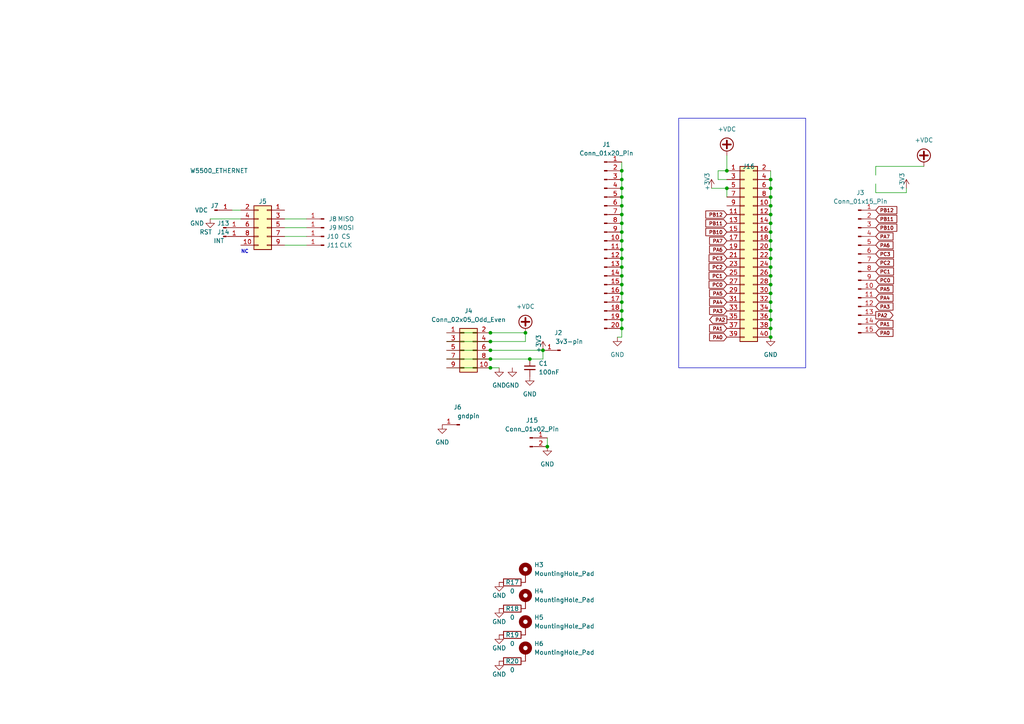
<source format=kicad_sch>
(kicad_sch (version 20230121) (generator eeschema)
  (paper "A4")
  (title_block (title "STM32L475 protoboard") (rev "A") (company "OH3HZB"))
  (lib_symbols
    (symbol "Connector:Conn_01x01_Pin" (pin_names (offset 1.016) hide)
      (property "Reference" "J" (at 0 2.54 0))
      (property "Value" "Conn_01x01_Pin" (at 0 -2.54 0))
      (symbol "Conn_01x01_Pin_1_1"
        (polyline (pts (xy 1.27 0) (xy 0.8636 0)) (stroke (width 0.1524)))
        (rectangle (start 0.8636 0.127) (end 0 -0.127) (stroke (width 0.1524)) (fill (type outline)))
        (pin passive line (at 5.08 0 180) (length 3.81) (name "Pin_1") (number "1"))
      )
    )
    (symbol "Connector:Conn_01x02_Pin" (pin_names (offset 1.016) hide)
      (property "Reference" "J" (at 0 2.54 0))
      (property "Value" "Conn_01x02_Pin" (at 0 -5.08 0))
      (symbol "Conn_01x02_Pin_1_1"
        (polyline (pts (xy 1.27 -2.54) (xy 0.8636 -2.54)) (stroke (width 0.1524)))
        (polyline (pts (xy 1.27 0) (xy 0.8636 0)) (stroke (width 0.1524)))
        (rectangle (start 0.8636 -2.413) (end 0 -2.667) (stroke (width 0.1524)) (fill (type outline)))
        (rectangle (start 0.8636 0.127) (end 0 -0.127) (stroke (width 0.1524)) (fill (type outline)))
        (pin passive line (at 5.08 0 180) (length 3.81) (name "Pin_1") (number "1"))
        (pin passive line (at 5.08 -2.54 180) (length 3.81) (name "Pin_2") (number "2"))
      )
    )
    (symbol "Connector:Conn_01x15_Pin" (pin_names (offset 1.016) hide)
      (property "Reference" "J" (at 0 20.32 0))
      (property "Value" "Conn_01x15_Pin" (at 0 -20.32 0))
      (symbol "Conn_01x15_Pin_1_1"
        (polyline (pts (xy 1.27 -17.78) (xy 0.8636 -17.78)) (stroke (width 0.1524)))
        (polyline (pts (xy 1.27 -15.24) (xy 0.8636 -15.24)) (stroke (width 0.1524)))
        (polyline (pts (xy 1.27 -12.7) (xy 0.8636 -12.7)) (stroke (width 0.1524)))
        (polyline (pts (xy 1.27 -10.16) (xy 0.8636 -10.16)) (stroke (width 0.1524)))
        (polyline (pts (xy 1.27 -7.62) (xy 0.8636 -7.62)) (stroke (width 0.1524)))
        (polyline (pts (xy 1.27 -5.08) (xy 0.8636 -5.08)) (stroke (width 0.1524)))
        (polyline (pts (xy 1.27 -2.54) (xy 0.8636 -2.54)) (stroke (width 0.1524)))
        (polyline (pts (xy 1.27 0) (xy 0.8636 0)) (stroke (width 0.1524)))
        (polyline (pts (xy 1.27 2.54) (xy 0.8636 2.54)) (stroke (width 0.1524)))
        (polyline (pts (xy 1.27 5.08) (xy 0.8636 5.08)) (stroke (width 0.1524)))
        (polyline (pts (xy 1.27 7.62) (xy 0.8636 7.62)) (stroke (width 0.1524)))
        (polyline (pts (xy 1.27 10.16) (xy 0.8636 10.16)) (stroke (width 0.1524)))
        (polyline (pts (xy 1.27 12.7) (xy 0.8636 12.7)) (stroke (width 0.1524)))
        (polyline (pts (xy 1.27 15.24) (xy 0.8636 15.24)) (stroke (width 0.1524)))
        (polyline (pts (xy 1.27 17.78) (xy 0.8636 17.78)) (stroke (width 0.1524)))
        (rectangle (start 0.8636 -17.653) (end 0 -17.907) (stroke (width 0.1524)) (fill (type outline)))
        (rectangle (start 0.8636 -15.113) (end 0 -15.367) (stroke (width 0.1524)) (fill (type outline)))
        (rectangle (start 0.8636 -12.573) (end 0 -12.827) (stroke (width 0.1524)) (fill (type outline)))
        (rectangle (start 0.8636 -10.033) (end 0 -10.287) (stroke (width 0.1524)) (fill (type outline)))
        (rectangle (start 0.8636 -7.493) (end 0 -7.747) (stroke (width 0.1524)) (fill (type outline)))
        (rectangle (start 0.8636 -4.953) (end 0 -5.207) (stroke (width 0.1524)) (fill (type outline)))
        (rectangle (start 0.8636 -2.413) (end 0 -2.667) (stroke (width 0.1524)) (fill (type outline)))
        (rectangle (start 0.8636 0.127) (end 0 -0.127) (stroke (width 0.1524)) (fill (type outline)))
        (rectangle (start 0.8636 2.667) (end 0 2.413) (stroke (width 0.1524)) (fill (type outline)))
        (rectangle (start 0.8636 5.207) (end 0 4.953) (stroke (width 0.1524)) (fill (type outline)))
        (rectangle (start 0.8636 7.747) (end 0 7.493) (stroke (width 0.1524)) (fill (type outline)))
        (rectangle (start 0.8636 10.287) (end 0 10.033) (stroke (width 0.1524)) (fill (type outline)))
        (rectangle (start 0.8636 12.827) (end 0 12.573) (stroke (width 0.1524)) (fill (type outline)))
        (rectangle (start 0.8636 15.367) (end 0 15.113) (stroke (width 0.1524)) (fill (type outline)))
        (rectangle (start 0.8636 17.907) (end 0 17.653) (stroke (width 0.1524)) (fill (type outline)))
        (pin passive line (at 5.08 17.78 180) (length 3.81) (name "Pin_1") (number "1"))
        (pin passive line (at 5.08 -5.08 180) (length 3.81) (name "Pin_10") (number "10"))
        (pin passive line (at 5.08 -7.62 180) (length 3.81) (name "Pin_11") (number "11"))
        (pin passive line (at 5.08 -10.16 180) (length 3.81) (name "Pin_12") (number "12"))
        (pin passive line (at 5.08 -12.7 180) (length 3.81) (name "Pin_13") (number "13"))
        (pin passive line (at 5.08 -15.24 180) (length 3.81) (name "Pin_14") (number "14"))
        (pin passive line (at 5.08 -17.78 180) (length 3.81) (name "Pin_15") (number "15"))
        (pin passive line (at 5.08 15.24 180) (length 3.81) (name "Pin_2") (number "2"))
        (pin passive line (at 5.08 12.7 180) (length 3.81) (name "Pin_3") (number "3"))
        (pin passive line (at 5.08 10.16 180) (length 3.81) (name "Pin_4") (number "4"))
        (pin passive line (at 5.08 7.62 180) (length 3.81) (name "Pin_5") (number "5"))
        (pin passive line (at 5.08 5.08 180) (length 3.81) (name "Pin_6") (number "6"))
        (pin passive line (at 5.08 2.54 180) (length 3.81) (name "Pin_7") (number "7"))
        (pin passive line (at 5.08 0 180) (length 3.81) (name "Pin_8") (number "8"))
        (pin passive line (at 5.08 -2.54 180) (length 3.81) (name "Pin_9") (number "9"))
      )
    )
    (symbol "Connector:Conn_01x20_Pin" (pin_names (offset 1.016) hide)
      (property "Reference" "J" (at 0 25.4 0))
      (property "Value" "Conn_01x20_Pin" (at 0 -27.94 0))
      (symbol "Conn_01x20_Pin_1_1"
        (polyline (pts (xy 1.27 -25.4) (xy 0.8636 -25.4)) (stroke (width 0.1524)))
        (polyline (pts (xy 1.27 -22.86) (xy 0.8636 -22.86)) (stroke (width 0.1524)))
        (polyline (pts (xy 1.27 -20.32) (xy 0.8636 -20.32)) (stroke (width 0.1524)))
        (polyline (pts (xy 1.27 -17.78) (xy 0.8636 -17.78)) (stroke (width 0.1524)))
        (polyline (pts (xy 1.27 -15.24) (xy 0.8636 -15.24)) (stroke (width 0.1524)))
        (polyline (pts (xy 1.27 -12.7) (xy 0.8636 -12.7)) (stroke (width 0.1524)))
        (polyline (pts (xy 1.27 -10.16) (xy 0.8636 -10.16)) (stroke (width 0.1524)))
        (polyline (pts (xy 1.27 -7.62) (xy 0.8636 -7.62)) (stroke (width 0.1524)))
        (polyline (pts (xy 1.27 -5.08) (xy 0.8636 -5.08)) (stroke (width 0.1524)))
        (polyline (pts (xy 1.27 -2.54) (xy 0.8636 -2.54)) (stroke (width 0.1524)))
        (polyline (pts (xy 1.27 0) (xy 0.8636 0)) (stroke (width 0.1524)))
        (polyline (pts (xy 1.27 2.54) (xy 0.8636 2.54)) (stroke (width 0.1524)))
        (polyline (pts (xy 1.27 5.08) (xy 0.8636 5.08)) (stroke (width 0.1524)))
        (polyline (pts (xy 1.27 7.62) (xy 0.8636 7.62)) (stroke (width 0.1524)))
        (polyline (pts (xy 1.27 10.16) (xy 0.8636 10.16)) (stroke (width 0.1524)))
        (polyline (pts (xy 1.27 12.7) (xy 0.8636 12.7)) (stroke (width 0.1524)))
        (polyline (pts (xy 1.27 15.24) (xy 0.8636 15.24)) (stroke (width 0.1524)))
        (polyline (pts (xy 1.27 17.78) (xy 0.8636 17.78)) (stroke (width 0.1524)))
        (polyline (pts (xy 1.27 20.32) (xy 0.8636 20.32)) (stroke (width 0.1524)))
        (polyline (pts (xy 1.27 22.86) (xy 0.8636 22.86)) (stroke (width 0.1524)))
        (rectangle (start 0.8636 -25.273) (end 0 -25.527) (stroke (width 0.1524)) (fill (type outline)))
        (rectangle (start 0.8636 -22.733) (end 0 -22.987) (stroke (width 0.1524)) (fill (type outline)))
        (rectangle (start 0.8636 -20.193) (end 0 -20.447) (stroke (width 0.1524)) (fill (type outline)))
        (rectangle (start 0.8636 -17.653) (end 0 -17.907) (stroke (width 0.1524)) (fill (type outline)))
        (rectangle (start 0.8636 -15.113) (end 0 -15.367) (stroke (width 0.1524)) (fill (type outline)))
        (rectangle (start 0.8636 -12.573) (end 0 -12.827) (stroke (width 0.1524)) (fill (type outline)))
        (rectangle (start 0.8636 -10.033) (end 0 -10.287) (stroke (width 0.1524)) (fill (type outline)))
        (rectangle (start 0.8636 -7.493) (end 0 -7.747) (stroke (width 0.1524)) (fill (type outline)))
        (rectangle (start 0.8636 -4.953) (end 0 -5.207) (stroke (width 0.1524)) (fill (type outline)))
        (rectangle (start 0.8636 -2.413) (end 0 -2.667) (stroke (width 0.1524)) (fill (type outline)))
        (rectangle (start 0.8636 0.127) (end 0 -0.127) (stroke (width 0.1524)) (fill (type outline)))
        (rectangle (start 0.8636 2.667) (end 0 2.413) (stroke (width 0.1524)) (fill (type outline)))
        (rectangle (start 0.8636 5.207) (end 0 4.953) (stroke (width 0.1524)) (fill (type outline)))
        (rectangle (start 0.8636 7.747) (end 0 7.493) (stroke (width 0.1524)) (fill (type outline)))
        (rectangle (start 0.8636 10.287) (end 0 10.033) (stroke (width 0.1524)) (fill (type outline)))
        (rectangle (start 0.8636 12.827) (end 0 12.573) (stroke (width 0.1524)) (fill (type outline)))
        (rectangle (start 0.8636 15.367) (end 0 15.113) (stroke (width 0.1524)) (fill (type outline)))
        (rectangle (start 0.8636 17.907) (end 0 17.653) (stroke (width 0.1524)) (fill (type outline)))
        (rectangle (start 0.8636 20.447) (end 0 20.193) (stroke (width 0.1524)) (fill (type outline)))
        (rectangle (start 0.8636 22.987) (end 0 22.733) (stroke (width 0.1524)) (fill (type outline)))
        (pin passive line (at 5.08 22.86 180) (length 3.81) (name "Pin_1") (number "1"))
        (pin passive line (at 5.08 0 180) (length 3.81) (name "Pin_10") (number "10"))
        (pin passive line (at 5.08 -2.54 180) (length 3.81) (name "Pin_11") (number "11"))
        (pin passive line (at 5.08 -5.08 180) (length 3.81) (name "Pin_12") (number "12"))
        (pin passive line (at 5.08 -7.62 180) (length 3.81) (name "Pin_13") (number "13"))
        (pin passive line (at 5.08 -10.16 180) (length 3.81) (name "Pin_14") (number "14"))
        (pin passive line (at 5.08 -12.7 180) (length 3.81) (name "Pin_15") (number "15"))
        (pin passive line (at 5.08 -15.24 180) (length 3.81) (name "Pin_16") (number "16"))
        (pin passive line (at 5.08 -17.78 180) (length 3.81) (name "Pin_17") (number "17"))
        (pin passive line (at 5.08 -20.32 180) (length 3.81) (name "Pin_18") (number "18"))
        (pin passive line (at 5.08 -22.86 180) (length 3.81) (name "Pin_19") (number "19"))
        (pin passive line (at 5.08 20.32 180) (length 3.81) (name "Pin_2") (number "2"))
        (pin passive line (at 5.08 -25.4 180) (length 3.81) (name "Pin_20") (number "20"))
        (pin passive line (at 5.08 17.78 180) (length 3.81) (name "Pin_3") (number "3"))
        (pin passive line (at 5.08 15.24 180) (length 3.81) (name "Pin_4") (number "4"))
        (pin passive line (at 5.08 12.7 180) (length 3.81) (name "Pin_5") (number "5"))
        (pin passive line (at 5.08 10.16 180) (length 3.81) (name "Pin_6") (number "6"))
        (pin passive line (at 5.08 7.62 180) (length 3.81) (name "Pin_7") (number "7"))
        (pin passive line (at 5.08 5.08 180) (length 3.81) (name "Pin_8") (number "8"))
        (pin passive line (at 5.08 2.54 180) (length 3.81) (name "Pin_9") (number "9"))
      )
    )
    (symbol "Connector_Generic:Conn_02x05_Odd_Even" (pin_names (offset 1.016) hide)
      (property "Reference" "J" (at 1.27 7.62 0))
      (property "Value" "Conn_02x05_Odd_Even" (at 1.27 -7.62 0))
      (symbol "Conn_02x05_Odd_Even_1_1"
        (rectangle (start -1.27 -4.953) (end 0 -5.207) (stroke (width 0.1524)))
        (rectangle (start -1.27 -2.413) (end 0 -2.667) (stroke (width 0.1524)))
        (rectangle (start -1.27 0.127) (end 0 -0.127) (stroke (width 0.1524)))
        (rectangle (start -1.27 2.667) (end 0 2.413) (stroke (width 0.1524)))
        (rectangle (start -1.27 5.207) (end 0 4.953) (stroke (width 0.1524)))
        (rectangle (start -1.27 6.35) (end 3.81 -6.35) (stroke (width 0.254)) (fill (type background)))
        (rectangle (start 3.81 -4.953) (end 2.54 -5.207) (stroke (width 0.1524)))
        (rectangle (start 3.81 -2.413) (end 2.54 -2.667) (stroke (width 0.1524)))
        (rectangle (start 3.81 0.127) (end 2.54 -0.127) (stroke (width 0.1524)))
        (rectangle (start 3.81 2.667) (end 2.54 2.413) (stroke (width 0.1524)))
        (rectangle (start 3.81 5.207) (end 2.54 4.953) (stroke (width 0.1524)))
        (pin passive line (at -5.08 5.08 0) (length 3.81) (name "Pin_1") (number "1"))
        (pin passive line (at 7.62 -5.08 180) (length 3.81) (name "Pin_10") (number "10"))
        (pin passive line (at 7.62 5.08 180) (length 3.81) (name "Pin_2") (number "2"))
        (pin passive line (at -5.08 2.54 0) (length 3.81) (name "Pin_3") (number "3"))
        (pin passive line (at 7.62 2.54 180) (length 3.81) (name "Pin_4") (number "4"))
        (pin passive line (at -5.08 0 0) (length 3.81) (name "Pin_5") (number "5"))
        (pin passive line (at 7.62 0 180) (length 3.81) (name "Pin_6") (number "6"))
        (pin passive line (at -5.08 -2.54 0) (length 3.81) (name "Pin_7") (number "7"))
        (pin passive line (at 7.62 -2.54 180) (length 3.81) (name "Pin_8") (number "8"))
        (pin passive line (at -5.08 -5.08 0) (length 3.81) (name "Pin_9") (number "9"))
      )
    )
    (symbol "Connector_Generic:Conn_02x20_Odd_Even" (pin_names (offset 1.016) hide)
      (property "Reference" "J" (at 1.27 25.4 0))
      (property "Value" "Conn_02x20_Odd_Even" (at 1.27 -27.94 0))
      (symbol "Conn_02x20_Odd_Even_1_1"
        (rectangle (start -1.27 -25.273) (end 0 -25.527) (stroke (width 0.1524)))
        (rectangle (start -1.27 -22.733) (end 0 -22.987) (stroke (width 0.1524)))
        (rectangle (start -1.27 -20.193) (end 0 -20.447) (stroke (width 0.1524)))
        (rectangle (start -1.27 -17.653) (end 0 -17.907) (stroke (width 0.1524)))
        (rectangle (start -1.27 -15.113) (end 0 -15.367) (stroke (width 0.1524)))
        (rectangle (start -1.27 -12.573) (end 0 -12.827) (stroke (width 0.1524)))
        (rectangle (start -1.27 -10.033) (end 0 -10.287) (stroke (width 0.1524)))
        (rectangle (start -1.27 -7.493) (end 0 -7.747) (stroke (width 0.1524)))
        (rectangle (start -1.27 -4.953) (end 0 -5.207) (stroke (width 0.1524)))
        (rectangle (start -1.27 -2.413) (end 0 -2.667) (stroke (width 0.1524)))
        (rectangle (start -1.27 0.127) (end 0 -0.127) (stroke (width 0.1524)))
        (rectangle (start -1.27 2.667) (end 0 2.413) (stroke (width 0.1524)))
        (rectangle (start -1.27 5.207) (end 0 4.953) (stroke (width 0.1524)))
        (rectangle (start -1.27 7.747) (end 0 7.493) (stroke (width 0.1524)))
        (rectangle (start -1.27 10.287) (end 0 10.033) (stroke (width 0.1524)))
        (rectangle (start -1.27 12.827) (end 0 12.573) (stroke (width 0.1524)))
        (rectangle (start -1.27 15.367) (end 0 15.113) (stroke (width 0.1524)))
        (rectangle (start -1.27 17.907) (end 0 17.653) (stroke (width 0.1524)))
        (rectangle (start -1.27 20.447) (end 0 20.193) (stroke (width 0.1524)))
        (rectangle (start -1.27 22.987) (end 0 22.733) (stroke (width 0.1524)))
        (rectangle (start -1.27 24.13) (end 3.81 -26.67) (stroke (width 0.254)) (fill (type background)))
        (rectangle (start 3.81 -25.273) (end 2.54 -25.527) (stroke (width 0.1524)))
        (rectangle (start 3.81 -22.733) (end 2.54 -22.987) (stroke (width 0.1524)))
        (rectangle (start 3.81 -20.193) (end 2.54 -20.447) (stroke (width 0.1524)))
        (rectangle (start 3.81 -17.653) (end 2.54 -17.907) (stroke (width 0.1524)))
        (rectangle (start 3.81 -15.113) (end 2.54 -15.367) (stroke (width 0.1524)))
        (rectangle (start 3.81 -12.573) (end 2.54 -12.827) (stroke (width 0.1524)))
        (rectangle (start 3.81 -10.033) (end 2.54 -10.287) (stroke (width 0.1524)))
        (rectangle (start 3.81 -7.493) (end 2.54 -7.747) (stroke (width 0.1524)))
        (rectangle (start 3.81 -4.953) (end 2.54 -5.207) (stroke (width 0.1524)))
        (rectangle (start 3.81 -2.413) (end 2.54 -2.667) (stroke (width 0.1524)))
        (rectangle (start 3.81 0.127) (end 2.54 -0.127) (stroke (width 0.1524)))
        (rectangle (start 3.81 2.667) (end 2.54 2.413) (stroke (width 0.1524)))
        (rectangle (start 3.81 5.207) (end 2.54 4.953) (stroke (width 0.1524)))
        (rectangle (start 3.81 7.747) (end 2.54 7.493) (stroke (width 0.1524)))
        (rectangle (start 3.81 10.287) (end 2.54 10.033) (stroke (width 0.1524)))
        (rectangle (start 3.81 12.827) (end 2.54 12.573) (stroke (width 0.1524)))
        (rectangle (start 3.81 15.367) (end 2.54 15.113) (stroke (width 0.1524)))
        (rectangle (start 3.81 17.907) (end 2.54 17.653) (stroke (width 0.1524)))
        (rectangle (start 3.81 20.447) (end 2.54 20.193) (stroke (width 0.1524)))
        (rectangle (start 3.81 22.987) (end 2.54 22.733) (stroke (width 0.1524)))
        (pin passive line (at -5.08 22.86 0) (length 3.81) (name "Pin_1") (number "1"))
        (pin passive line (at 7.62 12.7 180) (length 3.81) (name "Pin_10") (number "10"))
        (pin passive line (at -5.08 10.16 0) (length 3.81) (name "Pin_11") (number "11"))
        (pin passive line (at 7.62 10.16 180) (length 3.81) (name "Pin_12") (number "12"))
        (pin passive line (at -5.08 7.62 0) (length 3.81) (name "Pin_13") (number "13"))
        (pin passive line (at 7.62 7.62 180) (length 3.81) (name "Pin_14") (number "14"))
        (pin passive line (at -5.08 5.08 0) (length 3.81) (name "Pin_15") (number "15"))
        (pin passive line (at 7.62 5.08 180) (length 3.81) (name "Pin_16") (number "16"))
        (pin passive line (at -5.08 2.54 0) (length 3.81) (name "Pin_17") (number "17"))
        (pin passive line (at 7.62 2.54 180) (length 3.81) (name "Pin_18") (number "18"))
        (pin passive line (at -5.08 0 0) (length 3.81) (name "Pin_19") (number "19"))
        (pin passive line (at 7.62 22.86 180) (length 3.81) (name "Pin_2") (number "2"))
        (pin passive line (at 7.62 0 180) (length 3.81) (name "Pin_20") (number "20"))
        (pin passive line (at -5.08 -2.54 0) (length 3.81) (name "Pin_21") (number "21"))
        (pin passive line (at 7.62 -2.54 180) (length 3.81) (name "Pin_22") (number "22"))
        (pin passive line (at -5.08 -5.08 0) (length 3.81) (name "Pin_23") (number "23"))
        (pin passive line (at 7.62 -5.08 180) (length 3.81) (name "Pin_24") (number "24"))
        (pin passive line (at -5.08 -7.62 0) (length 3.81) (name "Pin_25") (number "25"))
        (pin passive line (at 7.62 -7.62 180) (length 3.81) (name "Pin_26") (number "26"))
        (pin passive line (at -5.08 -10.16 0) (length 3.81) (name "Pin_27") (number "27"))
        (pin passive line (at 7.62 -10.16 180) (length 3.81) (name "Pin_28") (number "28"))
        (pin passive line (at -5.08 -12.7 0) (length 3.81) (name "Pin_29") (number "29"))
        (pin passive line (at -5.08 20.32 0) (length 3.81) (name "Pin_3") (number "3"))
        (pin passive line (at 7.62 -12.7 180) (length 3.81) (name "Pin_30") (number "30"))
        (pin passive line (at -5.08 -15.24 0) (length 3.81) (name "Pin_31") (number "31"))
        (pin passive line (at 7.62 -15.24 180) (length 3.81) (name "Pin_32") (number "32"))
        (pin passive line (at -5.08 -17.78 0) (length 3.81) (name "Pin_33") (number "33"))
        (pin passive line (at 7.62 -17.78 180) (length 3.81) (name "Pin_34") (number "34"))
        (pin passive line (at -5.08 -20.32 0) (length 3.81) (name "Pin_35") (number "35"))
        (pin passive line (at 7.62 -20.32 180) (length 3.81) (name "Pin_36") (number "36"))
        (pin passive line (at -5.08 -22.86 0) (length 3.81) (name "Pin_37") (number "37"))
        (pin passive line (at 7.62 -22.86 180) (length 3.81) (name "Pin_38") (number "38"))
        (pin passive line (at -5.08 -25.4 0) (length 3.81) (name "Pin_39") (number "39"))
        (pin passive line (at 7.62 20.32 180) (length 3.81) (name "Pin_4") (number "4"))
        (pin passive line (at 7.62 -25.4 180) (length 3.81) (name "Pin_40") (number "40"))
        (pin passive line (at -5.08 17.78 0) (length 3.81) (name "Pin_5") (number "5"))
        (pin passive line (at 7.62 17.78 180) (length 3.81) (name "Pin_6") (number "6"))
        (pin passive line (at -5.08 15.24 0) (length 3.81) (name "Pin_7") (number "7"))
        (pin passive line (at 7.62 15.24 180) (length 3.81) (name "Pin_8") (number "8"))
        (pin passive line (at -5.08 12.7 0) (length 3.81) (name "Pin_9") (number "9"))
      )
    )
    (symbol "Device:C_Small" (pin_numbers hide) (pin_names (offset 0.254) hide)
      (property "Reference" "C" (at 0.254 1.778 0))
      (property "Value" "C_Small" (at 0.254 -2.032 0))
      (symbol "C_Small_0_1"
        (polyline (pts (xy -1.524 -0.508) (xy 1.524 -0.508)) (stroke (width 0.3302)))
        (polyline (pts (xy -1.524 0.508) (xy 1.524 0.508)) (stroke (width 0.3048)))
      )
      (symbol "C_Small_1_1"
        (pin passive line (at 0 2.54 270) (length 2.032) (name "~") (number "1"))
        (pin passive line (at 0 -2.54 90) (length 2.032) (name "~") (number "2"))
      )
    )
    (symbol "Device:R" (pin_numbers hide) (pin_names (offset 0))
      (property "Reference" "R" (at 2.032 0 90))
      (property "Value" "R" (at 0 0 90))
      (symbol "R_0_1"
        (rectangle (start -1.016 -2.54) (end 1.016 2.54) (stroke (width 0.254)))
      )
      (symbol "R_1_1"
        (pin passive line (at 0 3.81 270) (length 1.27) (name "~") (number "1"))
        (pin passive line (at 0 -3.81 90) (length 1.27) (name "~") (number "2"))
      )
    )
    (symbol "Mechanical:MountingHole_Pad" (pin_numbers hide) (pin_names (offset 1.016) hide)
      (property "Reference" "H" (at 0 6.35 0))
      (property "Value" "MountingHole_Pad" (at 0 4.445 0))
      (symbol "MountingHole_Pad_0_1"
        (circle (center 0 1.27) (radius 1.27) (stroke (width 1.27)))
      )
      (symbol "MountingHole_Pad_1_1"
        (pin input line (at 0 -2.54 90) (length 2.54) (name "1") (number "1"))
      )
    )
    (symbol "power:+3.3V" (power) (pin_names (offset 0))
      (property "Value" "+3.3V" (at 0 3.556 0))
      (symbol "+3.3V_0_1"
        (polyline (pts (xy -0.762 1.27) (xy 0 2.54)))
        (polyline (pts (xy 0 0) (xy 0 2.54)))
        (polyline (pts (xy 0 2.54) (xy 0.762 1.27)))
      )
      (symbol "+3.3V_1_1"
        (pin power_in line (at 0 0 90) (length 0) hide (name "+3V3") (number "1"))
      )
    )
    (symbol "power:+VDC" (power) (pin_names (offset 0))
      (property "Value" "+VDC" (at 0 6.35 0))
      (symbol "+VDC_0_1"
        (polyline (pts (xy -1.143 3.175) (xy 1.143 3.175)) (stroke (width 0.508)))
        (polyline (pts (xy 0 0) (xy 0 1.27)))
        (polyline (pts (xy 0 2.032) (xy 0 4.318)) (stroke (width 0.508)))
        (circle (center 0 3.175) (radius 1.905) (stroke (width 0.254)))
      )
      (symbol "+VDC_1_1"
        (pin power_in line (at 0 0 90) (length 0) hide (name "+VDC") (number "1"))
      )
    )
    (symbol "power:GND" (power) (pin_names (offset 0))
      (property "Value" "GND" (at 0 -3.81 0))
      (symbol "GND_0_1"
        (polyline (pts (xy 0 0) (xy 0 -1.27) (xy 1.27 -1.27) (xy 0 -2.54) (xy -1.27 -1.27) (xy 0 -1.27)))
      )
      (symbol "GND_1_1"
        (pin power_in line (at 0 0 270) (length 0) hide (name "GND") (number "1"))
      )
    )
  )
  (junction (at 180.34 77.47))
  (junction (at 223.52 95.25))
  (junction (at 223.52 52.07))
  (junction (at 223.52 85.09))
  (junction (at 157.48 101.6))
  (junction (at 210.82 49.53))
  (junction (at 180.34 57.15))
  (junction (at 210.82 54.61))
  (junction (at 158.75 129.54))
  (junction (at 180.34 52.07))
  (junction (at 180.34 85.09))
  (junction (at 180.34 54.61))
  (junction (at 223.52 67.31))
  (junction (at 180.34 90.17))
  (junction (at 180.34 59.69))
  (junction (at 142.24 106.68))
  (junction (at 180.34 87.63))
  (junction (at 223.52 97.79))
  (junction (at 180.34 64.77))
  (junction (at 142.24 99.06))
  (junction (at 223.52 69.85))
  (junction (at 142.24 96.52))
  (junction (at 152.4 96.52))
  (junction (at 223.52 82.55))
  (junction (at 223.52 62.23))
  (junction (at 223.52 87.63))
  (junction (at 180.34 67.31))
  (junction (at 223.52 80.01))
  (junction (at 142.24 101.6))
  (junction (at 153.67 104.14))
  (junction (at 180.34 80.01))
  (junction (at 180.34 72.39))
  (junction (at 180.34 49.53))
  (junction (at 180.34 69.85))
  (junction (at 180.34 82.55))
  (junction (at 223.52 77.47))
  (junction (at 223.52 54.61))
  (junction (at 180.34 95.25))
  (junction (at 223.52 57.15))
  (junction (at 142.24 104.14))
  (junction (at 180.34 74.93))
  (junction (at 180.34 62.23))
  (junction (at 223.52 92.71))
  (junction (at 223.52 59.69))
  (junction (at 223.52 64.77))
  (junction (at 223.52 72.39))
  (junction (at 223.52 74.93))
  (junction (at 223.52 90.17))
  (junction (at 180.34 92.71))
  (wire (pts (xy 210.82 45.085) (xy 210.82 49.53)))
  (wire (pts (xy 152.4 99.06) (xy 152.4 96.52)))
  (wire (pts (xy 223.52 67.31) (xy 223.52 69.85)))
  (wire (pts (xy 180.34 59.69) (xy 180.34 62.23)))
  (wire (pts (xy 180.34 92.71) (xy 180.34 95.25)))
  (wire (pts (xy 223.52 64.77) (xy 223.52 67.31)))
  (wire (pts (xy 223.52 62.23) (xy 223.52 64.77)))
  (wire (pts (xy 142.24 96.52) (xy 152.4 96.52)))
  (wire (pts (xy 223.52 92.71) (xy 223.52 95.25)))
  (wire (pts (xy 223.52 54.61) (xy 223.52 57.15)))
  (wire (pts (xy 60.96 63.5) (xy 69.85 63.5)))
  (wire (pts (xy 180.34 49.53) (xy 180.34 52.07)))
  (wire (pts (xy 223.52 85.09) (xy 223.52 87.63)))
  (wire (pts (xy 82.55 63.5) (xy 88.9 63.5)))
  (wire (pts (xy 180.34 64.77) (xy 180.34 67.31)))
  (wire (pts (xy 223.52 57.15) (xy 223.52 59.69)))
  (wire (pts (xy 179.07 97.79) (xy 180.34 97.79)))
  (wire (pts (xy 208.28 52.07) (xy 210.82 52.07)))
  (wire (pts (xy 223.52 59.69) (xy 223.52 62.23)))
  (wire (pts (xy 180.34 72.39) (xy 180.34 74.93)))
  (wire (pts (xy 223.52 80.01) (xy 223.52 82.55)))
  (wire (pts (xy 129.54 101.6) (xy 142.24 101.6)))
  (wire (pts (xy 208.28 49.53) (xy 210.82 49.53)))
  (wire (pts (xy 82.55 68.58) (xy 88.9 68.58)))
  (wire (pts (xy 180.34 69.85) (xy 180.34 72.39)))
  (wire (pts (xy 223.52 95.25) (xy 223.52 97.79)))
  (wire (pts (xy 223.52 69.85) (xy 223.52 72.39)))
  (wire (pts (xy 254 48.26) (xy 254 50.8)))
  (wire (pts (xy 180.34 52.07) (xy 180.34 54.61)))
  (wire (pts (xy 142.24 101.6) (xy 157.48 101.6)))
  (wire (pts (xy 142.24 104.14) (xy 153.67 104.14)))
  (wire (pts (xy 223.52 90.17) (xy 223.52 92.71)))
  (wire (pts (xy 223.52 74.93) (xy 223.52 77.47)))
  (wire (pts (xy 82.55 71.12) (xy 88.9 71.12)))
  (wire (pts (xy 180.34 67.31) (xy 180.34 69.85)))
  (wire (pts (xy 158.75 127) (xy 158.75 129.54)))
  (wire (pts (xy 210.82 54.61) (xy 210.82 57.15)))
  (wire (pts (xy 180.34 87.63) (xy 180.34 90.17)))
  (wire (pts (xy 223.52 72.39) (xy 223.52 74.93)))
  (wire (pts (xy 157.48 104.14) (xy 157.48 101.6)))
  (wire (pts (xy 223.52 87.63) (xy 223.52 90.17)))
  (wire (pts (xy 262.89 55.88) (xy 262.89 54.61)))
  (wire (pts (xy 180.34 80.01) (xy 180.34 82.55)))
  (wire (pts (xy 254 53.34) (xy 254 55.88)))
  (wire (pts (xy 142.24 106.68) (xy 144.78 106.68)))
  (wire (pts (xy 180.34 90.17) (xy 180.34 92.71)))
  (wire (pts (xy 180.34 77.47) (xy 180.34 80.01)))
  (wire (pts (xy 180.34 82.55) (xy 180.34 85.09)))
  (wire (pts (xy 180.34 57.15) (xy 180.34 59.69)))
  (wire (pts (xy 206.375 54.61) (xy 210.82 54.61)))
  (wire (pts (xy 67.31 60.96) (xy 69.85 60.96)))
  (wire (pts (xy 223.52 82.55) (xy 223.52 85.09)))
  (wire (pts (xy 180.34 85.09) (xy 180.34 87.63)))
  (wire (pts (xy 82.55 66.04) (xy 88.9 66.04)))
  (wire (pts (xy 208.28 52.07) (xy 208.28 49.53)))
  (wire (pts (xy 129.54 106.68) (xy 142.24 106.68)))
  (wire (pts (xy 180.34 74.93) (xy 180.34 77.47)))
  (wire (pts (xy 223.52 52.07) (xy 223.52 54.61)))
  (wire (pts (xy 129.54 104.14) (xy 142.24 104.14)))
  (wire (pts (xy 153.67 104.14) (xy 157.48 104.14)))
  (wire (pts (xy 142.24 99.06) (xy 152.4 99.06)))
  (wire (pts (xy 180.34 95.25) (xy 180.34 97.79)))
  (wire (pts (xy 180.34 54.61) (xy 180.34 57.15)))
  (wire (pts (xy 254 48.26) (xy 267.97 48.26)))
  (wire (pts (xy 129.54 99.06) (xy 142.24 99.06)))
  (wire (pts (xy 129.54 96.52) (xy 142.24 96.52)))
  (wire (pts (xy 223.52 49.53) (xy 223.52 52.07)))
  (wire (pts (xy 254 55.88) (xy 262.89 55.88)))
  (wire (pts (xy 180.34 46.99) (xy 180.34 49.53)))
  (wire (pts (xy 180.34 62.23) (xy 180.34 64.77)))
  (wire (pts (xy 223.52 77.47) (xy 223.52 80.01)))
  (rectangle (start 196.85 34.29) (end 233.68 106.68))
  (text "NC" (at 69.85 73.66 0) (effects (font (size 1 1) (thickness 0.2) bold) (justify left bottom)))
  (global_label "PC3" (shape input) (at 254 73.66 0) (effects (font (size 1 1) (thickness 0.2) bold)) (property "Intersheetrefs" "${INTERSHEET_REFS}" (effects hide)))
  (global_label "PC2" (shape input) (at 254 76.2 0) (effects (font (size 1 1) (thickness 0.2) bold)) (property "Intersheetrefs" "${INTERSHEET_REFS}" (effects hide)))
  (global_label "PA3" (shape input) (at 210.82 90.17 180) (effects (font (size 1 1) (thickness 0.2) bold)) (property "Intersheetrefs" "${INTERSHEET_REFS}" (effects hide)))
  (global_label "PB12" (shape input) (at 254 60.96 0) (effects (font (size 1 1) (thickness 0.2) bold)) (property "Intersheetrefs" "${INTERSHEET_REFS}" (effects hide)))
  (global_label "PA7" (shape input) (at 254 68.58 0) (effects (font (size 1 1) (thickness 0.2) bold)) (property "Intersheetrefs" "${INTERSHEET_REFS}" (effects hide)))
  (global_label "PC1" (shape input) (at 254 78.74 0) (effects (font (size 1 1) (thickness 0.2) bold)) (property "Intersheetrefs" "${INTERSHEET_REFS}" (effects hide)))
  (global_label "PA6" (shape input) (at 254 71.12 0) (effects (font (size 1 1) (thickness 0.2) bold)) (property "Intersheetrefs" "${INTERSHEET_REFS}" (effects hide)))
  (global_label "PA5" (shape input) (at 254 83.82 0) (effects (font (size 1 1) (thickness 0.2) bold)) (property "Intersheetrefs" "${INTERSHEET_REFS}" (effects hide)))
  (global_label "PB10" (shape input) (at 254 66.04 0) (effects (font (size 1 1) (thickness 0.2) bold)) (property "Intersheetrefs" "${INTERSHEET_REFS}" (effects hide)))
  (global_label "PA1" (shape input) (at 254 93.98 0) (effects (font (size 1 1) (thickness 0.2) bold)) (property "Intersheetrefs" "${INTERSHEET_REFS}" (effects hide)))
  (global_label "PA3" (shape input) (at 254 88.9 0) (effects (font (size 1 1) (thickness 0.2) bold)) (property "Intersheetrefs" "${INTERSHEET_REFS}" (effects hide)))
  (global_label "PA4" (shape input) (at 254 86.36 0) (effects (font (size 1 1) (thickness 0.2) bold)) (property "Intersheetrefs" "${INTERSHEET_REFS}" (effects hide)))
  (global_label "PB11" (shape input) (at 210.82 64.77 180) (effects (font (size 1 1) (thickness 0.2) bold)) (property "Intersheetrefs" "${INTERSHEET_REFS}" (effects hide)))
  (global_label "PC1" (shape input) (at 210.82 80.01 180) (effects (font (size 1 1) (thickness 0.2) bold)) (property "Intersheetrefs" "${INTERSHEET_REFS}" (effects hide)))
  (global_label "PC0" (shape input) (at 254 81.28 0) (effects (font (size 1 1) (thickness 0.2) bold)) (property "Intersheetrefs" "${INTERSHEET_REFS}" (effects hide)))
  (global_label "PA2" (shape output) (at 210.82 92.71 180) (effects (font (size 1 1) (thickness 0.2) bold)) (property "Intersheetrefs" "${INTERSHEET_REFS}" (effects hide)))
  (global_label "PB11" (shape input) (at 254 63.5 0) (effects (font (size 1 1) (thickness 0.2) bold)) (property "Intersheetrefs" "${INTERSHEET_REFS}" (effects hide)))
  (global_label "PC3" (shape input) (at 210.82 74.93 180) (effects (font (size 1 1) (thickness 0.2) bold)) (property "Intersheetrefs" "${INTERSHEET_REFS}" (effects hide)))
  (global_label "PA5" (shape input) (at 210.82 85.09 180) (effects (font (size 1 1) (thickness 0.2) bold)) (property "Intersheetrefs" "${INTERSHEET_REFS}" (effects hide)))
  (global_label "PA0" (shape input) (at 254 96.52 0) (effects (font (size 1 1) (thickness 0.2) bold)) (property "Intersheetrefs" "${INTERSHEET_REFS}" (effects hide)))
  (global_label "PC2" (shape input) (at 210.82 77.47 180) (effects (font (size 1 1) (thickness 0.2) bold)) (property "Intersheetrefs" "${INTERSHEET_REFS}" (effects hide)))
  (global_label "PA4" (shape input) (at 210.82 87.63 180) (effects (font (size 1 1) (thickness 0.2) bold)) (property "Intersheetrefs" "${INTERSHEET_REFS}" (effects hide)))
  (global_label "PA6" (shape input) (at 210.82 72.39 180) (effects (font (size 1 1) (thickness 0.2) bold)) (property "Intersheetrefs" "${INTERSHEET_REFS}" (effects hide)))
  (global_label "PB12" (shape input) (at 210.82 62.23 180) (effects (font (size 1 1) (thickness 0.2) bold)) (property "Intersheetrefs" "${INTERSHEET_REFS}" (effects hide)))
  (global_label "PA7" (shape input) (at 210.82 69.85 180) (effects (font (size 1 1) (thickness 0.2) bold)) (property "Intersheetrefs" "${INTERSHEET_REFS}" (effects hide)))
  (global_label "PA2" (shape output) (at 254 91.44 0) (effects (font (size 1 1) (thickness 0.2) bold)) (property "Intersheetrefs" "${INTERSHEET_REFS}" (effects hide)))
  (global_label "PA1" (shape input) (at 210.82 95.25 180) (effects (font (size 1 1) (thickness 0.2) bold)) (property "Intersheetrefs" "${INTERSHEET_REFS}" (effects hide)))
  (global_label "PB10" (shape input) (at 210.82 67.31 180) (effects (font (size 1 1) (thickness 0.2) bold)) (property "Intersheetrefs" "${INTERSHEET_REFS}" (effects hide)))
  (global_label "PC0" (shape input) (at 210.82 82.55 180) (effects (font (size 1 1) (thickness 0.2) bold)) (property "Intersheetrefs" "${INTERSHEET_REFS}" (effects hide)))
  (global_label "PA0" (shape input) (at 210.82 97.79 180) (effects (font (size 1 1) (thickness 0.2) bold)) (property "Intersheetrefs" "${INTERSHEET_REFS}" (effects hide)))
  (symbol (lib_id "Connector:Conn_01x01_Pin") (at 133.35 123.19 180) (unit 1)
    (property "Reference" "J6" (at 132.715 118.11 0))
    (property "Value" "gndpin" (at 135.89 120.65 0))
    (property "Footprint" "Connector_Wire:SolderWirePad_1x01_SMD_1x2mm" (effects hide))
  )
  (symbol (lib_id "power:GND") (at 153.67 109.22 0) (unit 1)
    (property "Reference" "#PWR08" (effects hide))
    (property "Value" "GND" (at 153.67 114.3 0))
  )
  (symbol (lib_id "power:GND") (at 223.52 97.79 0) (unit 1)
    (property "Reference" "#PWR061" (effects hide))
    (property "Value" "GND" (at 223.52 102.87 0))
  )
  (symbol (lib_id "Device:R") (at 148.59 184.15 90) (unit 1)
    (property "Reference" "R19" (at 148.59 184.15 90))
    (property "Value" "0" (at 148.59 186.69 90))
    (property "Footprint" "Resistor_SMD:R_0603_1608Metric_Pad0.98x0.95mm_HandSolder" (effects hide))
    (property "LCSC" "C21189" (effects hide))
  )
  (symbol (lib_id "Connector:Conn_01x20_Pin") (at 175.26 69.85 0) (unit 1)
    (property "Reference" "J1" (at 175.895 41.91 0))
    (property "Value" "Conn_01x20_Pin" (at 175.895 44.45 0))
    (property "Footprint" "Connector_PinHeader_2.54mm:PinHeader_1x20_P2.54mm_Vertical" (effects hide))
  )
  (symbol (lib_id "power:GND") (at 144.78 176.53 0) (unit 1)
    (property "Reference" "#PWR019" (effects hide))
    (property "Value" "GND" (at 144.78 180.34 0))
  )
  (symbol (lib_id "Connector:Conn_01x01_Pin") (at 162.56 101.6 180) (unit 1)
    (property "Reference" "J2" (at 161.925 96.52 0))
    (property "Value" "3v3-pin" (at 165.1 99.06 0))
    (property "Footprint" "Connector_Wire:SolderWirePad_1x01_SMD_1x2mm" (effects hide))
  )
  (symbol (lib_id "Connector:Conn_01x01_Pin") (at 93.98 68.58 180) (unit 1)
    (property "Reference" "J10" (at 96.52 68.58 0))
    (property "Value" "CS" (at 100.33 68.58 0))
    (property "Footprint" "Connector_Wire:SolderWirePad_1x01_SMD_1x2mm" (effects hide))
  )
  (symbol (lib_id "Device:R") (at 148.59 168.91 90) (unit 1)
    (property "Reference" "R17" (at 148.59 168.91 90))
    (property "Value" "0" (at 148.59 171.45 90))
    (property "Footprint" "Resistor_SMD:R_0603_1608Metric_Pad0.98x0.95mm_HandSolder" (effects hide))
    (property "LCSC" "C21189" (effects hide))
  )
  (symbol (lib_id "power:+3.3V") (at 262.89 54.61 0) (unit 1)
    (property "Reference" "#PWR02" (effects hide))
    (property "Value" "+3.3V" (at 261.62 52.705 90))
  )
  (symbol (lib_id "Connector_Generic:Conn_02x05_Odd_Even") (at 134.62 101.6 0) (unit 1)
    (property "Reference" "J4" (at 135.89 90.17 0))
    (property "Value" "Conn_02x05_Odd_Even" (at 135.89 92.71 0))
    (property "Footprint" "Connector_PinHeader_2.54mm:PinHeader_2x05_P2.54mm_Vertical" (effects hide))
  )
  (symbol (lib_id "power:+VDC") (at 152.4 96.52 0) (unit 1)
    (property "Reference" "#PWR04" (effects hide))
    (property "Value" "+VDC" (at 152.4 88.9 0))
  )
  (symbol (lib_id "Device:C_Small") (at 153.67 106.68 0) (unit 1)
    (property "Reference" "C1" (at 156.21 105.4163 0) (effects (justify left)))
    (property "Value" "100nF" (at 156.21 107.9563 0) (effects (justify left)))
    (property "Footprint" "Capacitor_SMD:C_1206_3216Metric_Pad1.33x1.80mm_HandSolder" (effects hide))
  )
  (symbol (lib_id "power:GND") (at 144.78 184.15 0) (unit 1)
    (property "Reference" "#PWR010" (effects hide))
    (property "Value" "GND" (at 144.78 187.96 0))
  )
  (symbol (lib_id "power:+VDC") (at 210.82 45.085 0) (unit 1)
    (property "Reference" "#PWR060" (effects hide))
    (property "Value" "+VDC" (at 210.82 37.465 0))
  )
  (symbol (lib_id "power:GND") (at 144.78 191.77 0) (unit 1)
    (property "Reference" "#PWR09" (effects hide))
    (property "Value" "GND" (at 144.78 195.58 0))
  )
  (symbol (lib_id "Connector:Conn_01x02_Pin") (at 153.67 127 0) (unit 1)
    (property "Reference" "J15" (at 154.305 121.92 0))
    (property "Value" "Conn_01x02_Pin" (at 154.305 124.46 0))
    (property "Footprint" "Connector_PinHeader_2.54mm:PinHeader_1x02_P2.54mm_Vertical" (effects hide))
  )
  (symbol (lib_id "Mechanical:MountingHole_Pad") (at 152.4 181.61 0) (unit 1)
    (property "Reference" "H5" (at 154.94 179.0699 0) (effects (justify left)))
    (property "Value" "MountingHole_Pad" (at 154.94 181.6099 0) (effects (justify left)))
    (property "Footprint" "MountingHole:MountingHole_3.2mm_M3_DIN965_Pad_TopBottom" (effects hide))
  )
  (symbol (lib_id "Connector:Conn_01x01_Pin") (at 93.98 63.5 180) (unit 1)
    (property "Reference" "J8" (at 96.52 63.5 0))
    (property "Value" "MISO" (at 100.33 63.5 0))
    (property "Footprint" "Connector_Wire:SolderWirePad_1x01_SMD_1x2mm" (effects hide))
  )
  (symbol (lib_id "power:GND") (at 128.27 123.19 0) (unit 1)
    (property "Reference" "#PWR012" (effects hide))
    (property "Value" "GND" (at 128.27 128.27 0))
  )
  (symbol (lib_id "Device:R") (at 148.59 191.77 90) (unit 1)
    (property "Reference" "R20" (at 148.59 191.77 90))
    (property "Value" "0" (at 148.59 194.31 90))
    (property "Footprint" "Resistor_SMD:R_0603_1608Metric_Pad0.98x0.95mm_HandSolder" (effects hide))
    (property "LCSC" "C21189" (effects hide))
  )
  (symbol (lib_id "Connector:Conn_01x01_Pin") (at 93.98 71.12 180) (unit 1)
    (property "Reference" "J11" (at 96.52 71.12 0))
    (property "Value" "CLK" (at 100.33 71.12 0))
    (property "Footprint" "Connector_Wire:SolderWirePad_1x01_SMD_1x2mm" (effects hide))
  )
  (symbol (lib_id "power:+3.3V") (at 157.48 101.6 0) (unit 1)
    (property "Reference" "#PWR05" (effects hide))
    (property "Value" "+3.3V" (at 156.21 99.695 90))
  )
  (symbol (lib_id "power:+VDC") (at 267.97 48.26 0) (unit 1)
    (property "Reference" "#PWR03" (effects hide))
    (property "Value" "+VDC" (at 267.97 40.64 0))
  )
  (symbol (lib_id "power:GND") (at 60.96 63.5 0) (unit 1)
    (property "Reference" "#PWR07" (effects hide))
    (property "Value" "GND" (at 57.15 64.77 0))
  )
  (symbol (lib_id "power:GND") (at 144.78 106.68 0) (unit 1)
    (property "Reference" "#PWR06" (effects hide))
    (property "Value" "GND" (at 144.78 111.76 0))
  )
  (symbol (lib_id "power:GND") (at 144.78 168.91 0) (unit 1)
    (property "Reference" "#PWR023" (effects hide))
    (property "Value" "GND" (at 144.78 172.72 0))
  )
  (symbol (lib_id "Connector:Conn_01x01_Pin") (at 64.77 66.04 0) (unit 1)
    (property "Reference" "J13" (at 64.77 64.77 0))
    (property "Value" "RST" (at 59.69 67.31 0))
    (property "Footprint" "Connector_Wire:SolderWirePad_1x01_SMD_1x2mm" (effects hide))
  )
  (symbol (lib_id "Connector_Generic:Conn_02x05_Odd_Even") (at 77.47 66.04 0) (mirror y) (unit 1)
    (property "Reference" "J5" (at 76.2 58.42 0))
    (property "Value" "W5500_ETHERNET" (at 63.5 49.53 0))
    (property "Footprint" "Connector_PinSocket_2.54mm:PinSocket_2x05_P2.54mm_Vertical" (effects hide))
  )
  (symbol (lib_id "Device:R") (at 148.59 176.53 90) (unit 1)
    (property "Reference" "R18" (at 148.59 176.53 90))
    (property "Value" "0" (at 148.59 179.07 90))
    (property "Footprint" "Resistor_SMD:R_0603_1608Metric_Pad0.98x0.95mm_HandSolder" (effects hide))
    (property "LCSC" "C21189" (effects hide))
  )
  (symbol (lib_id "Connector:Conn_01x15_Pin") (at 248.92 78.74 0) (unit 1)
    (property "Reference" "J3" (at 249.555 55.88 0))
    (property "Value" "Conn_01x15_Pin" (at 249.555 58.42 0))
    (property "Footprint" "Connector_PinHeader_2.54mm:PinHeader_1x15_P2.54mm_Vertical" (effects hide))
  )
  (symbol (lib_id "power:+3.3V") (at 206.375 54.61 0) (unit 1)
    (property "Reference" "#PWR058" (effects hide))
    (property "Value" "+3.3V" (at 205.105 52.705 90))
  )
  (symbol (lib_id "Mechanical:MountingHole_Pad") (at 152.4 166.37 0) (unit 1)
    (property "Reference" "H3" (at 154.94 163.8299 0) (effects (justify left)))
    (property "Value" "MountingHole_Pad" (at 154.94 166.3699 0) (effects (justify left)))
    (property "Footprint" "MountingHole:MountingHole_3.2mm_M3_DIN965_Pad_TopBottom" (effects hide))
  )
  (symbol (lib_id "Connector_Generic:Conn_02x20_Odd_Even") (at 215.9 72.39 0) (unit 1)
    (property "Reference" "J16" (at 217.17 48.26 0))
    (property "Value" "Conn_02x20_Odd_Even" (effects hide))
    (property "Footprint" "Connector_PinHeader_2.54mm:PinHeader_2x20_P2.54mm_Vertical" (effects hide))
  )
  (symbol (lib_id "Connector:Conn_01x01_Pin") (at 64.77 68.58 0) (unit 1)
    (property "Reference" "J14" (at 64.77 67.31 0))
    (property "Value" "INT" (at 63.5 69.85 0))
    (property "Footprint" "Connector_Wire:SolderWirePad_1x01_SMD_1x2mm" (effects hide))
  )
  (symbol (lib_id "Connector:Conn_01x01_Pin") (at 62.23 60.96 0) (unit 1)
    (property "Reference" "J7" (at 62.23 59.69 0))
    (property "Value" "VDC" (at 58.42 60.96 0))
    (property "Footprint" "Connector_Wire:SolderWirePad_1x01_SMD_1x2mm" (effects hide))
  )
  (symbol (lib_id "power:GND") (at 179.07 97.79 0) (unit 1)
    (property "Reference" "#PWR01" (effects hide))
    (property "Value" "GND" (at 179.07 102.87 0))
  )
  (symbol (lib_id "Connector:Conn_01x01_Pin") (at 93.98 66.04 180) (unit 1)
    (property "Reference" "J9" (at 96.52 66.04 0))
    (property "Value" "MOSI" (at 100.33 66.04 0))
    (property "Footprint" "Connector_Wire:SolderWirePad_1x01_SMD_1x2mm" (effects hide))
  )
  (symbol (lib_id "Mechanical:MountingHole_Pad") (at 152.4 173.99 0) (unit 1)
    (property "Reference" "H4" (at 154.94 171.4499 0) (effects (justify left)))
    (property "Value" "MountingHole_Pad" (at 154.94 173.9899 0) (effects (justify left)))
    (property "Footprint" "MountingHole:MountingHole_3.2mm_M3_DIN965_Pad_TopBottom" (effects hide))
  )
  (symbol (lib_id "power:GND") (at 148.59 106.68 0) (unit 1)
    (property "Reference" "#PWR011" (effects hide))
    (property "Value" "GND" (at 148.59 111.76 0))
  )
  (symbol (lib_id "power:GND") (at 158.75 129.54 0) (unit 1)
    (property "Reference" "#PWR013" (effects hide))
    (property "Value" "GND" (at 158.75 134.62 0))
  )
  (symbol (lib_id "Mechanical:MountingHole_Pad") (at 152.4 189.23 0) (unit 1)
    (property "Reference" "H6" (at 154.94 186.6899 0) (effects (justify left)))
    (property "Value" "MountingHole_Pad" (at 154.94 189.2299 0) (effects (justify left)))
    (property "Footprint" "MountingHole:MountingHole_3.2mm_M3_DIN965_Pad_TopBottom" (effects hide))
  )
)
</source>
